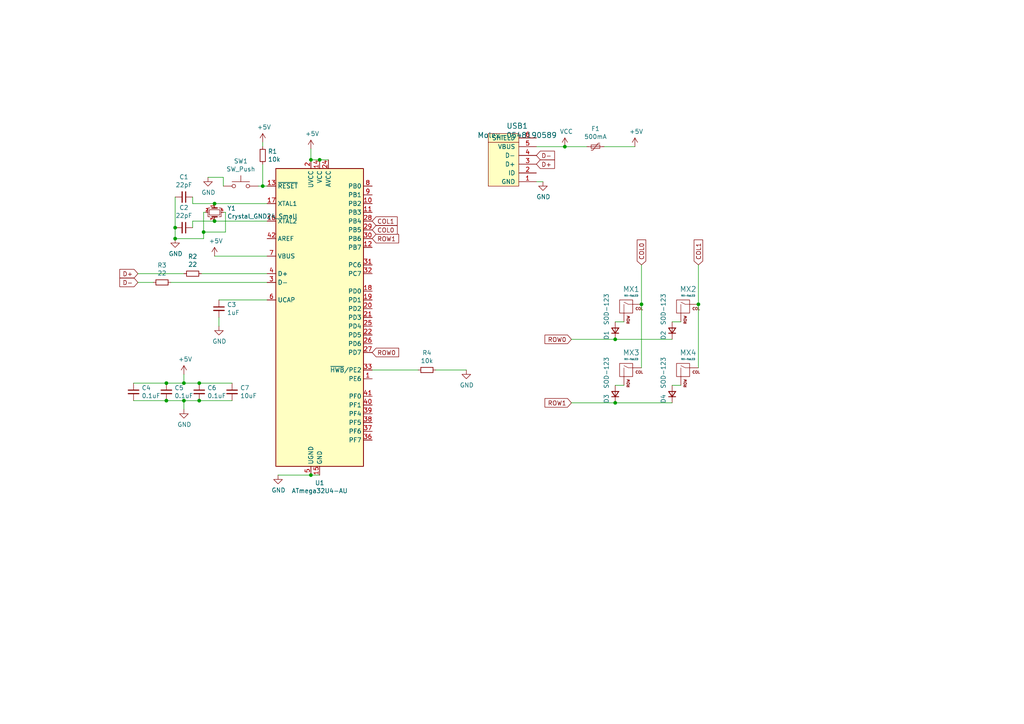
<source format=kicad_sch>
(kicad_sch (version 20230121) (generator eeschema)
  (paper "A4")
  (lib_symbols
    (symbol "Device:C_Small" (pin_numbers hide) (pin_names (offset 0.254) hide)
      (property "Reference" "C" (at 0.254 1.778 0))
      (property "Value" "C_Small" (at 0.254 -2.032 0))
      (symbol "C_Small_0_1"
        (polyline (pts (xy -1.524 -0.508) (xy 1.524 -0.508)) (stroke (width 0.3302)))
        (polyline (pts (xy -1.524 0.508) (xy 1.524 0.508)) (stroke (width 0.3048)))
      )
      (symbol "C_Small_1_1"
        (pin passive line (at 0 2.54 270) (length 2.032) (name "~") (number "1"))
        (pin passive line (at 0 -2.54 90) (length 2.032) (name "~") (number "2"))
      )
    )
    (symbol "Device:Crystal_GND24_Small" (pin_names (offset 1.016) hide)
      (property "Reference" "Y" (at 1.27 4.445 0))
      (property "Value" "Crystal_GND24_Small" (at 1.27 2.54 0))
      (symbol "Crystal_GND24_Small_0_1"
        (rectangle (start -0.762 -1.524) (end 0.762 1.524))
        (polyline (pts (xy -1.27 -0.762) (xy -1.27 0.762)) (stroke (width 0.381)))
        (polyline (pts (xy 1.27 -0.762) (xy 1.27 0.762)) (stroke (width 0.381)))
        (polyline (pts (xy -1.27 -1.27) (xy -1.27 -1.905) (xy 1.27 -1.905) (xy 1.27 -1.27)))
        (polyline (pts (xy -1.27 1.27) (xy -1.27 1.905) (xy 1.27 1.905) (xy 1.27 1.27)))
      )
      (symbol "Crystal_GND24_Small_1_1"
        (pin passive line (at -2.54 0 0) (length 1.27) (name "1") (number "1"))
        (pin passive line (at 0 -2.54 90) (length 0.635) (name "2") (number "2"))
        (pin passive line (at 2.54 0 180) (length 1.27) (name "3") (number "3"))
        (pin passive line (at 0 2.54 270) (length 0.635) (name "4") (number "4"))
      )
    )
    (symbol "Device:D_Small" (pin_numbers hide) (pin_names (offset 0.254) hide)
      (property "Reference" "D" (at -1.27 2.032 0))
      (property "Value" "D_Small" (at -3.81 -2.032 0))
      (symbol "D_Small_0_1"
        (polyline (pts (xy -0.762 -1.016) (xy -0.762 1.016)) (stroke (width 0.254)))
        (polyline (pts (xy -0.762 0) (xy 0.762 0)))
        (polyline (pts (xy 0.762 -1.016) (xy -0.762 0) (xy 0.762 1.016) (xy 0.762 -1.016)) (stroke (width 0.254)))
      )
      (symbol "D_Small_1_1"
        (pin passive line (at -2.54 0 0) (length 1.778) (name "K") (number "1"))
        (pin passive line (at 2.54 0 180) (length 1.778) (name "A") (number "2"))
      )
    )
    (symbol "Device:Polyfuse_Small" (pin_numbers hide) (pin_names (offset 0))
      (property "Reference" "F" (at -1.905 0 90))
      (property "Value" "Polyfuse_Small" (at 1.905 0 90))
      (symbol "Polyfuse_Small_0_1"
        (rectangle (start -0.508 1.27) (end 0.508 -1.27))
        (polyline (pts (xy 0 2.54) (xy 0 -2.54)))
        (polyline (pts (xy -1.016 1.27) (xy -1.016 0.762) (xy 1.016 -0.762) (xy 1.016 -1.27)))
      )
      (symbol "Polyfuse_Small_1_1"
        (pin passive line (at 0 2.54 270) (length 0.635) (name "~") (number "1"))
        (pin passive line (at 0 -2.54 90) (length 0.635) (name "~") (number "2"))
      )
    )
    (symbol "Device:R_Small" (pin_numbers hide) (pin_names (offset 0.254) hide)
      (property "Reference" "R" (at 0.762 0.508 0))
      (property "Value" "R_Small" (at 0.762 -1.016 0))
      (symbol "R_Small_0_1"
        (rectangle (start -0.762 1.778) (end 0.762 -1.778) (stroke (width 0.2032)))
      )
      (symbol "R_Small_1_1"
        (pin passive line (at 0 2.54 270) (length 0.762) (name "~") (number "1"))
        (pin passive line (at 0 -2.54 90) (length 0.762) (name "~") (number "2"))
      )
    )
    (symbol "Switch:SW_Push" (pin_numbers hide) (pin_names (offset 1.016) hide)
      (property "Reference" "SW" (at 1.27 2.54 0))
      (property "Value" "SW_Push" (at 0 -1.524 0))
      (symbol "SW_Push_0_1"
        (circle (center -2.032 0) (radius 0.508))
        (polyline (pts (xy 0 1.27) (xy 0 3.048)))
        (polyline (pts (xy 2.54 1.27) (xy -2.54 1.27)))
        (circle (center 2.032 0) (radius 0.508))
        (pin passive line (at -5.08 0 0) (length 2.54) (name "1") (number "1"))
        (pin passive line (at 5.08 0 180) (length 2.54) (name "2") (number "2"))
      )
    )
    (symbol "ai03-pcb-guide-rescue:ATmega32U4-AU-MCU_Microchip_ATmega"
      (property "Reference" "U" (at -12.7 44.45 0))
      (property "Value" "MCU_Microchip_ATmega_ATmega32U4-AU" (at 2.54 -44.45 0))
      (symbol "ATmega32U4-AU-MCU_Microchip_ATmega_0_1"
        (rectangle (start -12.7 -43.18) (end 12.7 43.18) (stroke (width 0.254)) (fill (type background)))
      )
      (symbol "ATmega32U4-AU-MCU_Microchip_ATmega_1_1"
        (pin tri_state line (at 15.24 -17.78 180) (length 2.54) (name "PE6") (number "1"))
        (pin tri_state line (at 15.24 33.02 180) (length 2.54) (name "PB2") (number "10"))
        (pin tri_state line (at 15.24 30.48 180) (length 2.54) (name "PB3") (number "11"))
        (pin tri_state line (at 15.24 20.32 180) (length 2.54) (name "PB7") (number "12"))
        (pin input line (at -15.24 38.1 0) (length 2.54) (name "~{RESET}") (number "13"))
        (pin power_in line (at 0 45.72 270) (length 2.54) (name "VCC") (number "14"))
        (pin power_in line (at 0 -45.72 90) (length 2.54) (name "GND") (number "15"))
        (pin output line (at -15.24 27.94 0) (length 2.54) (name "XTAL2") (number "16"))
        (pin input line (at -15.24 33.02 0) (length 2.54) (name "XTAL1") (number "17"))
        (pin tri_state line (at 15.24 7.62 180) (length 2.54) (name "PD0") (number "18"))
        (pin tri_state line (at 15.24 5.08 180) (length 2.54) (name "PD1") (number "19"))
        (pin power_in line (at -2.54 45.72 270) (length 2.54) (name "UVCC") (number "2"))
        (pin tri_state line (at 15.24 2.54 180) (length 2.54) (name "PD2") (number "20"))
        (pin tri_state line (at 15.24 0 180) (length 2.54) (name "PD3") (number "21"))
        (pin tri_state line (at 15.24 -5.08 180) (length 2.54) (name "PD5") (number "22"))
        (pin passive line (at 0 -45.72 90) (length 2.54) hide (name "GND") (number "23"))
        (pin power_in line (at 2.54 45.72 270) (length 2.54) (name "AVCC") (number "24"))
        (pin tri_state line (at 15.24 -2.54 180) (length 2.54) (name "PD4") (number "25"))
        (pin tri_state line (at 15.24 -7.62 180) (length 2.54) (name "PD6") (number "26"))
        (pin tri_state line (at 15.24 -10.16 180) (length 2.54) (name "PD7") (number "27"))
        (pin tri_state line (at 15.24 27.94 180) (length 2.54) (name "PB4") (number "28"))
        (pin tri_state line (at 15.24 25.4 180) (length 2.54) (name "PB5") (number "29"))
        (pin bidirectional line (at -15.24 10.16 0) (length 2.54) (name "D-") (number "3"))
        (pin tri_state line (at 15.24 22.86 180) (length 2.54) (name "PB6") (number "30"))
        (pin tri_state line (at 15.24 15.24 180) (length 2.54) (name "PC6") (number "31"))
        (pin tri_state line (at 15.24 12.7 180) (length 2.54) (name "PC7") (number "32"))
        (pin tri_state line (at 15.24 -15.24 180) (length 2.54) (name "~{HWB}/PE2") (number "33"))
        (pin passive line (at 0 45.72 270) (length 2.54) hide (name "VCC") (number "34"))
        (pin passive line (at 0 -45.72 90) (length 2.54) hide (name "GND") (number "35"))
        (pin tri_state line (at 15.24 -35.56 180) (length 2.54) (name "PF7") (number "36"))
        (pin tri_state line (at 15.24 -33.02 180) (length 2.54) (name "PF6") (number "37"))
        (pin tri_state line (at 15.24 -30.48 180) (length 2.54) (name "PF5") (number "38"))
        (pin tri_state line (at 15.24 -27.94 180) (length 2.54) (name "PF4") (number "39"))
        (pin bidirectional line (at -15.24 12.7 0) (length 2.54) (name "D+") (number "4"))
        (pin tri_state line (at 15.24 -25.4 180) (length 2.54) (name "PF1") (number "40"))
        (pin tri_state line (at 15.24 -22.86 180) (length 2.54) (name "PF0") (number "41"))
        (pin passive line (at -15.24 22.86 0) (length 2.54) (name "AREF") (number "42"))
        (pin passive line (at 0 -45.72 90) (length 2.54) hide (name "GND") (number "43"))
        (pin passive line (at 2.54 45.72 270) (length 2.54) hide (name "AVCC") (number "44"))
        (pin passive line (at -2.54 -45.72 90) (length 2.54) (name "UGND") (number "5"))
        (pin passive line (at -15.24 5.08 0) (length 2.54) (name "UCAP") (number "6"))
        (pin input line (at -15.24 17.78 0) (length 2.54) (name "VBUS") (number "7"))
        (pin tri_state line (at 15.24 38.1 180) (length 2.54) (name "PB0") (number "8"))
        (pin tri_state line (at 15.24 35.56 180) (length 2.54) (name "PB1") (number "9"))
      )
    )
    (symbol "ai03-pcb-guide-rescue:MX-NoLED-MX_Alps_Hybrid" (pin_names (offset 1.016))
      (property "Reference" "MX" (at -0.635 3.81 0))
      (property "Value" "MX_Alps_Hybrid_MX-NoLED" (at -0.635 1.27 0))
      (symbol "MX-NoLED-MX_Alps_Hybrid_0_0"
        (rectangle (start -2.54 2.54) (end 1.27 -1.27))
        (polyline (pts (xy -1.27 -1.27) (xy -1.27 1.27)) (stroke (width 0.127)))
        (polyline (pts (xy 1.27 1.27) (xy 0 1.27) (xy -1.27 1.905)) (stroke (width 0.127)))
        (text "COL" (at 3.175 0 0) (effects (font (size 0.762 0.762))))
        (text "ROW" (at 0 -1.905 900) (effects (font (size 0.762 0.762)) (justify right)))
      )
      (symbol "MX-NoLED-MX_Alps_Hybrid_1_1"
        (pin passive line (at 3.81 1.27 180) (length 2.54) (name "COL") (number "1"))
        (pin passive line (at -1.27 -3.81 90) (length 2.54) (name "ROW") (number "2"))
      )
    )
    (symbol "ai03-pcb-guide-rescue:Molex-0548190589-random-keyboard-parts" (pin_names (offset 1.016))
      (property "Reference" "USB" (at 0 7.62 0))
      (property "Value" "random-keyboard-parts_Molex-0548190589" (at 0 10.16 0))
      (symbol "Molex-0548190589-random-keyboard-parts_0_0"
        (polyline (pts (xy 6.35 -2.54) (xy 6.35 6.35)))
        (rectangle (start 8.89 -2.54) (end -6.35 6.35) (fill (type background)))
      )
      (symbol "Molex-0548190589-random-keyboard-parts_1_1"
        (pin input line (at -5.08 -7.62 90) (length 5.08) (name "GND") (number "1"))
        (pin input line (at -2.54 -7.62 90) (length 5.08) (name "ID") (number "2"))
        (pin input line (at 0 -7.62 90) (length 5.08) (name "D+") (number "3"))
        (pin input line (at 2.54 -7.62 90) (length 5.08) (name "D-") (number "4"))
        (pin input line (at 5.08 -7.62 90) (length 5.08) (name "VBUS") (number "5"))
        (pin input line (at 7.62 -7.62 90) (length 5.08) (name "SHIELD") (number "6"))
      )
    )
    (symbol "power:+5V" (power) (pin_names (offset 0))
      (property "Value" "+5V" (at 0 3.556 0))
      (symbol "+5V_0_1"
        (polyline (pts (xy -0.762 1.27) (xy 0 2.54)))
        (polyline (pts (xy 0 0) (xy 0 2.54)))
        (polyline (pts (xy 0 2.54) (xy 0.762 1.27)))
      )
      (symbol "+5V_1_1"
        (pin power_in line (at 0 0 90) (length 0) hide (name "+5V") (number "1"))
      )
    )
    (symbol "power:GND" (power) (pin_names (offset 0))
      (property "Value" "GND" (at 0 -3.81 0))
      (symbol "GND_0_1"
        (polyline (pts (xy 0 0) (xy 0 -1.27) (xy 1.27 -1.27) (xy 0 -2.54) (xy -1.27 -1.27) (xy 0 -1.27)))
      )
      (symbol "GND_1_1"
        (pin power_in line (at 0 0 270) (length 0) hide (name "GND") (number "1"))
      )
    )
    (symbol "power:VCC" (power) (pin_names (offset 0))
      (property "Value" "VCC" (at 0 3.81 0))
      (symbol "VCC_0_1"
        (polyline (pts (xy -0.762 1.27) (xy 0 2.54)))
        (polyline (pts (xy 0 0) (xy 0 2.54)))
        (polyline (pts (xy 0 2.54) (xy 0.762 1.27)))
      )
      (symbol "VCC_1_1"
        (pin power_in line (at 0 0 90) (length 0) hide (name "VCC") (number "1"))
      )
    )
  )
  (junction (at 50.8 66.04))
  (junction (at 163.83 42.545))
  (junction (at 57.785 111.125))
  (junction (at 178.435 116.84))
  (junction (at 53.34 111.125))
  (junction (at 62.23 59.055))
  (junction (at 92.71 46.355))
  (junction (at 76.2 53.975))
  (junction (at 202.565 88.265))
  (junction (at 50.8 69.215))
  (junction (at 59.055 67.31))
  (junction (at 48.26 116.205))
  (junction (at 57.785 116.205))
  (junction (at 178.435 98.425))
  (junction (at 48.26 111.125))
  (junction (at 186.055 88.265))
  (junction (at 62.23 64.135))
  (junction (at 90.17 46.355))
  (junction (at 53.34 116.205))
  (junction (at 90.17 137.795))
  (wire (pts (xy 178.435 98.425) (xy 165.735 98.425)))
  (wire (pts (xy 53.34 79.375) (xy 40.005 79.375)))
  (wire (pts (xy 77.47 81.915) (xy 49.53 81.915)))
  (wire (pts (xy 194.945 116.84) (xy 178.435 116.84)))
  (wire (pts (xy 62.23 64.135) (xy 77.47 64.135)))
  (wire (pts (xy 194.945 111.76) (xy 197.485 111.76)))
  (wire (pts (xy 92.71 137.795) (xy 90.17 137.795)))
  (wire (pts (xy 59.055 69.215) (xy 50.8 69.215)))
  (wire (pts (xy 67.31 111.125) (xy 57.785 111.125)))
  (wire (pts (xy 62.23 74.295) (xy 77.47 74.295)))
  (wire (pts (xy 186.055 76.835) (xy 186.055 88.265)))
  (wire (pts (xy 55.88 59.055) (xy 55.88 57.15)))
  (wire (pts (xy 170.18 42.545) (xy 163.83 42.545)))
  (wire (pts (xy 59.055 67.31) (xy 59.055 69.215)))
  (wire (pts (xy 80.645 137.795) (xy 90.17 137.795)))
  (wire (pts (xy 63.5 94.615) (xy 63.5 92.075)))
  (wire (pts (xy 60.325 51.435) (xy 64.77 51.435)))
  (wire (pts (xy 50.8 66.04) (xy 50.8 57.15)))
  (wire (pts (xy 55.88 64.135) (xy 62.23 64.135)))
  (wire (pts (xy 59.055 61.595) (xy 59.055 67.31)))
  (wire (pts (xy 57.785 116.205) (xy 67.31 116.205)))
  (wire (pts (xy 178.435 93.345) (xy 180.975 93.345)))
  (wire (pts (xy 175.26 42.545) (xy 184.15 42.545)))
  (wire (pts (xy 95.25 46.355) (xy 92.71 46.355)))
  (wire (pts (xy 65.405 67.31) (xy 65.405 61.595)))
  (wire (pts (xy 53.34 116.205) (xy 53.34 118.745)))
  (wire (pts (xy 53.34 116.205) (xy 57.785 116.205)))
  (wire (pts (xy 186.055 88.265) (xy 186.055 106.68)))
  (wire (pts (xy 90.17 46.355) (xy 92.71 46.355)))
  (wire (pts (xy 55.88 59.055) (xy 62.23 59.055)))
  (wire (pts (xy 202.565 88.265) (xy 202.565 106.68)))
  (wire (pts (xy 48.26 111.125) (xy 38.735 111.125)))
  (wire (pts (xy 48.26 116.205) (xy 53.34 116.205)))
  (wire (pts (xy 90.17 43.18) (xy 90.17 46.355)))
  (wire (pts (xy 126.365 107.315) (xy 135.255 107.315)))
  (wire (pts (xy 44.45 81.915) (xy 40.005 81.915)))
  (wire (pts (xy 202.565 76.835) (xy 202.565 88.265)))
  (wire (pts (xy 64.77 61.595) (xy 65.405 61.595)))
  (wire (pts (xy 76.2 41.275) (xy 76.2 42.545)))
  (wire (pts (xy 178.435 111.76) (xy 180.975 111.76)))
  (wire (pts (xy 163.83 42.545) (xy 155.575 42.545)))
  (wire (pts (xy 55.88 64.135) (xy 55.88 66.04)))
  (wire (pts (xy 63.5 86.995) (xy 77.47 86.995)))
  (wire (pts (xy 76.2 53.975) (xy 77.47 53.975)))
  (wire (pts (xy 121.285 107.315) (xy 107.95 107.315)))
  (wire (pts (xy 64.77 51.435) (xy 64.77 53.975)))
  (wire (pts (xy 53.34 111.125) (xy 53.34 108.585)))
  (wire (pts (xy 57.785 111.125) (xy 53.34 111.125)))
  (wire (pts (xy 178.435 116.84) (xy 165.735 116.84)))
  (wire (pts (xy 74.93 53.975) (xy 76.2 53.975)))
  (wire (pts (xy 53.34 111.125) (xy 48.26 111.125)))
  (wire (pts (xy 76.2 47.625) (xy 76.2 53.975)))
  (wire (pts (xy 62.23 59.055) (xy 77.47 59.055)))
  (wire (pts (xy 194.945 98.425) (xy 178.435 98.425)))
  (wire (pts (xy 59.055 67.31) (xy 65.405 67.31)))
  (wire (pts (xy 58.42 79.375) (xy 77.47 79.375)))
  (wire (pts (xy 50.8 69.215) (xy 50.8 66.04)))
  (wire (pts (xy 38.735 116.205) (xy 48.26 116.205)))
  (wire (pts (xy 194.945 93.345) (xy 197.485 93.345)))
  (wire (pts (xy 59.69 61.595) (xy 59.055 61.595)))
  (wire (pts (xy 157.48 52.705) (xy 155.575 52.705)))
  (global_label "D-" (shape input) (at 155.575 45.085 0) (property "Intersheetrefs" "${INTERSHEET_REFS}" (effects hide)))
  (global_label "COL1" (shape input) (at 202.565 76.835 90) (property "Intersheetrefs" "${INTERSHEET_REFS}" (effects hide)))
  (global_label "ROW0" (shape input) (at 107.95 102.235 0) (property "Intersheetrefs" "${INTERSHEET_REFS}" (effects hide)))
  (global_label "ROW1" (shape input) (at 165.735 116.84 180) (property "Intersheetrefs" "${INTERSHEET_REFS}" (effects hide)))
  (global_label "ROW1" (shape input) (at 107.95 69.215 0) (property "Intersheetrefs" "${INTERSHEET_REFS}" (effects hide)))
  (global_label "D-" (shape input) (at 40.005 81.915 180) (property "Intersheetrefs" "${INTERSHEET_REFS}" (effects hide)))
  (global_label "D+" (shape input) (at 40.005 79.375 180) (property "Intersheetrefs" "${INTERSHEET_REFS}" (effects hide)))
  (global_label "COL1" (shape input) (at 107.95 64.135 0) (property "Intersheetrefs" "${INTERSHEET_REFS}" (effects hide)))
  (global_label "ROW0" (shape input) (at 165.735 98.425 180) (property "Intersheetrefs" "${INTERSHEET_REFS}" (effects hide)))
  (global_label "COL0" (shape input) (at 186.055 76.835 90) (property "Intersheetrefs" "${INTERSHEET_REFS}" (effects hide)))
  (global_label "COL0" (shape input) (at 107.95 66.675 0) (property "Intersheetrefs" "${INTERSHEET_REFS}" (effects hide)))
  (global_label "D+" (shape input) (at 155.575 47.625 0) (property "Intersheetrefs" "${INTERSHEET_REFS}" (effects hide)))
  (symbol (lib_id "power:+5V") (at 90.17 43.18 0) (unit 1)
    (property "Reference" "#PWR0101" (effects hide))
    (property "Value" "+5V" (at 90.551 38.7858 0))
  )
  (symbol (lib_id "power:GND") (at 80.645 137.795 0) (unit 1)
    (property "Reference" "#PWR0102" (effects hide))
    (property "Value" "GND" (at 80.772 142.1892 0))
  )
  (symbol (lib_id "Device:R_Small") (at 123.825 107.315 270) (unit 1)
    (property "Reference" "R4" (at 123.825 102.3366 90))
    (property "Value" "10k" (at 123.825 104.648 90))
    (property "Footprint" "Resistors_SMD:R_0805" (effects hide))
  )
  (symbol (lib_id "power:GND") (at 135.255 107.315 0) (unit 1)
    (property "Reference" "#PWR0103" (effects hide))
    (property "Value" "GND" (at 135.382 111.7092 0))
  )
  (symbol (lib_id "Device:R_Small") (at 55.88 79.375 270) (unit 1)
    (property "Reference" "R2" (at 55.88 74.3966 90))
    (property "Value" "22" (at 55.88 76.708 90))
    (property "Footprint" "Resistors_SMD:R_0805" (effects hide))
  )
  (symbol (lib_id "Device:R_Small") (at 46.99 81.915 270) (unit 1)
    (property "Reference" "R3" (at 46.99 76.9366 90))
    (property "Value" "22" (at 46.99 79.248 90))
    (property "Footprint" "Resistors_SMD:R_0805" (effects hide))
  )
  (symbol (lib_id "Device:C_Small") (at 63.5 89.535 0) (unit 1)
    (property "Reference" "C3" (at 65.8368 88.3666 0) (effects (justify left)))
    (property "Value" "1uF" (at 65.8368 90.678 0) (effects (justify left)))
    (property "Footprint" "Capacitors_SMD:C_0805" (effects hide))
  )
  (symbol (lib_id "power:GND") (at 63.5 94.615 0) (unit 1)
    (property "Reference" "#PWR0104" (effects hide))
    (property "Value" "GND" (at 63.627 99.0092 0))
  )
  (symbol (lib_id "Device:C_Small") (at 48.26 113.665 0) (unit 1)
    (property "Reference" "C5" (at 50.5968 112.4966 0) (effects (justify left)))
    (property "Value" "0.1uF" (at 50.5968 114.808 0) (effects (justify left)))
    (property "Footprint" "Capacitors_SMD:C_0805" (effects hide))
  )
  (symbol (lib_id "Device:C_Small") (at 57.785 113.665 0) (unit 1)
    (property "Reference" "C6" (at 60.1218 112.4966 0) (effects (justify left)))
    (property "Value" "0.1uF" (at 60.1218 114.808 0) (effects (justify left)))
    (property "Footprint" "Capacitors_SMD:C_0805" (effects hide))
  )
  (symbol (lib_id "Device:C_Small") (at 67.31 113.665 0) (unit 1)
    (property "Reference" "C7" (at 69.6468 112.4966 0) (effects (justify left)))
    (property "Value" "10uF" (at 69.6468 114.808 0) (effects (justify left)))
    (property "Footprint" "Capacitors_SMD:C_0805" (effects hide))
  )
  (symbol (lib_id "Device:C_Small") (at 38.735 113.665 0) (unit 1)
    (property "Reference" "C4" (at 41.0718 112.4966 0) (effects (justify left)))
    (property "Value" "0.1uF" (at 41.0718 114.808 0) (effects (justify left)))
    (property "Footprint" "Capacitors_SMD:C_0805" (effects hide))
  )
  (symbol (lib_id "power:+5V") (at 53.34 108.585 0) (unit 1)
    (property "Reference" "#PWR0105" (effects hide))
    (property "Value" "+5V" (at 53.721 104.1908 0))
  )
  (symbol (lib_id "power:GND") (at 53.34 118.745 0) (unit 1)
    (property "Reference" "#PWR0106" (effects hide))
    (property "Value" "GND" (at 53.467 123.1392 0))
  )
  (symbol (lib_id "power:+5V") (at 62.23 74.295 0) (unit 1)
    (property "Reference" "#PWR0107" (effects hide))
    (property "Value" "+5V" (at 62.611 69.9008 0))
  )
  (symbol (lib_id "Device:C_Small") (at 53.34 57.15 270) (unit 1)
    (property "Reference" "C1" (at 53.34 51.3334 90))
    (property "Value" "22pF" (at 53.34 53.6448 90))
    (property "Footprint" "Capacitors_SMD:C_0805" (effects hide))
  )
  (symbol (lib_id "Device:C_Small") (at 53.34 66.04 270) (unit 1)
    (property "Reference" "C2" (at 53.34 60.2234 90))
    (property "Value" "22pF" (at 53.34 62.5348 90))
    (property "Footprint" "Capacitors_SMD:C_0805" (effects hide))
  )
  (symbol (lib_id "power:GND") (at 50.8 69.215 0) (unit 1)
    (property "Reference" "#PWR0108" (effects hide))
    (property "Value" "GND" (at 50.927 73.6092 0))
  )
  (symbol (lib_id "Switch:SW_Push") (at 69.85 53.975 0) (unit 1)
    (property "Reference" "SW1" (at 69.85 46.736 0))
    (property "Value" "SW_Push" (at 69.85 49.0474 0))
    (property "Footprint" "random-keyboard-parts:SKQG-1155865" (effects hide))
  )
  (symbol (lib_id "power:GND") (at 60.325 51.435 0) (unit 1)
    (property "Reference" "#PWR0109" (effects hide))
    (property "Value" "GND" (at 60.452 55.8292 0))
  )
  (symbol (lib_id "Device:R_Small") (at 76.2 45.085 0) (unit 1)
    (property "Reference" "R1" (at 77.6986 43.9166 0) (effects (justify left)))
    (property "Value" "10k" (at 77.6986 46.228 0) (effects (justify left)))
    (property "Footprint" "Resistors_SMD:R_0805" (effects hide))
  )
  (symbol (lib_id "power:+5V") (at 76.2 41.275 0) (unit 1)
    (property "Reference" "#PWR0110" (effects hide))
    (property "Value" "+5V" (at 76.581 36.8808 0))
  )
  (symbol (lib_id "ai03-pcb-guide-rescue:Molex-0548190589-random-keyboard-parts") (at 147.955 47.625 90) (unit 1)
    (property "Reference" "USB1" (at 150.0124 36.5252 90) (effects (font (size 1.524 1.524))))
    (property "Value" "Molex-0548190589" (at 150.0124 39.2176 90) (effects (font (size 1.524 1.524))))
    (property "Footprint" "random-keyboard-parts:Molex-0548190589-Assembly" (effects hide))
  )
  (symbol (lib_id "Device:Polyfuse_Small") (at 172.72 42.545 270) (unit 1)
    (property "Reference" "F1" (at 172.72 37.338 90))
    (property "Value" "500mA" (at 172.72 39.6494 90))
    (property "Footprint" "Fuse_Holders_and_Fuses:Fuse_SMD1206_Reflow" (effects hide))
  )
  (symbol (lib_id "power:+5V") (at 184.15 42.545 0) (unit 1)
    (property "Reference" "#PWR0111" (effects hide))
    (property "Value" "+5V" (at 184.531 38.1508 0))
  )
  (symbol (lib_id "power:VCC") (at 163.83 42.545 0) (unit 1)
    (property "Reference" "#PWR0112" (effects hide))
    (property "Value" "VCC" (at 164.2618 38.1508 0))
  )
  (symbol (lib_id "power:GND") (at 157.48 52.705 0) (unit 1)
    (property "Reference" "#PWR0113" (effects hide))
    (property "Value" "GND" (at 157.607 57.0992 0))
  )
  (symbol (lib_id "Device:D_Small") (at 178.435 95.885 90) (unit 1)
    (property "Reference" "D1" (at 175.895 95.885 0) (effects (justify right)))
    (property "Value" "SOD-123" (at 175.895 85.09 0) (effects (justify right)))
    (property "Footprint" "Diodes_SMD:D_SOD-123" (effects hide))
  )
  (symbol (lib_id "Device:D_Small") (at 194.945 95.885 90) (unit 1)
    (property "Reference" "D2" (at 192.405 95.885 0) (effects (justify right)))
    (property "Value" "SOD-123" (at 192.405 85.09 0) (effects (justify right)))
    (property "Footprint" "Diodes_SMD:D_SOD-123" (effects hide))
  )
  (symbol (lib_id "Device:D_Small") (at 178.435 114.3 90) (unit 1)
    (property "Reference" "D3" (at 175.895 114.3 0) (effects (justify right)))
    (property "Value" "SOD-123" (at 175.895 103.505 0) (effects (justify right)))
    (property "Footprint" "Diodes_SMD:D_SOD-123" (effects hide))
  )
  (symbol (lib_id "Device:D_Small") (at 194.945 114.3 90) (unit 1)
    (property "Reference" "D4" (at 192.405 114.3 0) (effects (justify right)))
    (property "Value" "SOD-123" (at 192.405 103.505 0) (effects (justify right)))
    (property "Footprint" "Diodes_SMD:D_SOD-123" (effects hide))
  )
  (symbol (lib_id "ai03-pcb-guide-rescue:ATmega32U4-AU-MCU_Microchip_ATmega") (at 92.71 92.075 0) (unit 1)
    (property "Reference" "U1" (at 92.71 140.0556 0))
    (property "Value" "ATmega32U4-AU" (at 92.71 142.367 0))
    (property "Footprint" "Housings_QFP:TQFP-44_10x10mm_Pitch0.8mm" (effects hide))
    (property "Datasheet" "http://ww1.microchip.com/downloads/en/DeviceDoc/Atmel-7766-8-bit-AVR-ATmega16U4-32U4_Datasheet.pdf" (effects hide))
  )
  (symbol (lib_id "Device:Crystal_GND24_Small") (at 62.23 61.595 270) (unit 1)
    (property "Reference" "Y1" (at 65.8876 60.4266 90) (effects (justify left)))
    (property "Value" "Crystal_GND24_Small" (at 65.8876 62.738 90) (effects (justify left)))
    (property "Footprint" "Crystals:Crystal_SMD_3225-4pin_3.2x2.5mm" (effects hide))
  )
  (symbol (lib_id "ai03-pcb-guide-rescue:MX-NoLED-MX_Alps_Hybrid") (at 182.245 89.535 0) (unit 1)
    (property "Reference" "MX1" (at 183.0832 83.8708 0) (effects (font (size 1.524 1.524))))
    (property "Value" "MX-NoLED" (at 183.0832 85.7504 0) (effects (font (size 0.508 0.508))))
    (property "Footprint" "MX_Alps_Hybrid:MX-1U" (effects hide))
  )
  (symbol (lib_id "ai03-pcb-guide-rescue:MX-NoLED-MX_Alps_Hybrid") (at 198.755 89.535 0) (unit 1)
    (property "Reference" "MX2" (at 199.5932 83.8708 0) (effects (font (size 1.524 1.524))))
    (property "Value" "MX-NoLED" (at 199.5932 85.7504 0) (effects (font (size 0.508 0.508))))
    (property "Footprint" "MX_Alps_Hybrid:MX-1U" (effects hide))
  )
  (symbol (lib_id "ai03-pcb-guide-rescue:MX-NoLED-MX_Alps_Hybrid") (at 182.245 107.95 0) (unit 1)
    (property "Reference" "MX3" (at 183.0832 102.2858 0) (effects (font (size 1.524 1.524))))
    (property "Value" "MX-NoLED" (at 183.0832 104.1654 0) (effects (font (size 0.508 0.508))))
    (property "Footprint" "MX_Alps_Hybrid:MX-1U" (effects hide))
  )
  (symbol (lib_id "ai03-pcb-guide-rescue:MX-NoLED-MX_Alps_Hybrid") (at 198.755 107.95 0) (unit 1)
    (property "Reference" "MX4" (at 199.5932 102.2858 0) (effects (font (size 1.524 1.524))))
    (property "Value" "MX-NoLED" (at 199.5932 104.1654 0) (effects (font (size 0.508 0.508))))
    (property "Footprint" "MX_Alps_Hybrid:MX-1U" (effects hide))
  )
)
</source>
